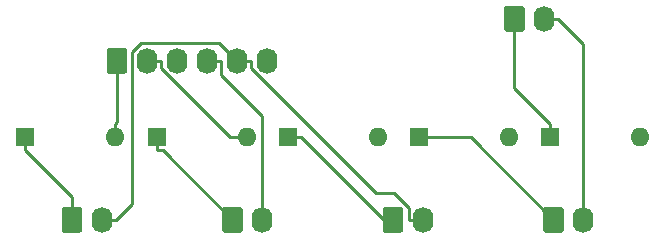
<source format=gbr>
G04 #@! TF.GenerationSoftware,KiCad,Pcbnew,(5.1.5-0-10_14)*
G04 #@! TF.CreationDate,2021-03-15T06:00:47+10:00*
G04 #@! TF.ProjectId,OH - Left Console - 18 - Left Essential Circuit Breakers,4f48202d-204c-4656-9674-20436f6e736f,rev?*
G04 #@! TF.SameCoordinates,Original*
G04 #@! TF.FileFunction,Copper,L2,Bot*
G04 #@! TF.FilePolarity,Positive*
%FSLAX46Y46*%
G04 Gerber Fmt 4.6, Leading zero omitted, Abs format (unit mm)*
G04 Created by KiCad (PCBNEW (5.1.5-0-10_14)) date 2021-03-15 06:00:47*
%MOMM*%
%LPD*%
G04 APERTURE LIST*
%ADD10O,1.740000X2.200000*%
%ADD11C,0.100000*%
%ADD12O,1.600000X1.600000*%
%ADD13R,1.600000X1.600000*%
%ADD14C,0.250000*%
G04 APERTURE END LIST*
D10*
X161036000Y-109855000D03*
G04 #@! TA.AperFunction,ComponentPad*
D11*
G36*
X159140505Y-108756204D02*
G01*
X159164773Y-108759804D01*
X159188572Y-108765765D01*
X159211671Y-108774030D01*
X159233850Y-108784520D01*
X159254893Y-108797132D01*
X159274599Y-108811747D01*
X159292777Y-108828223D01*
X159309253Y-108846401D01*
X159323868Y-108866107D01*
X159336480Y-108887150D01*
X159346970Y-108909329D01*
X159355235Y-108932428D01*
X159361196Y-108956227D01*
X159364796Y-108980495D01*
X159366000Y-109004999D01*
X159366000Y-110705001D01*
X159364796Y-110729505D01*
X159361196Y-110753773D01*
X159355235Y-110777572D01*
X159346970Y-110800671D01*
X159336480Y-110822850D01*
X159323868Y-110843893D01*
X159309253Y-110863599D01*
X159292777Y-110881777D01*
X159274599Y-110898253D01*
X159254893Y-110912868D01*
X159233850Y-110925480D01*
X159211671Y-110935970D01*
X159188572Y-110944235D01*
X159164773Y-110950196D01*
X159140505Y-110953796D01*
X159116001Y-110955000D01*
X157875999Y-110955000D01*
X157851495Y-110953796D01*
X157827227Y-110950196D01*
X157803428Y-110944235D01*
X157780329Y-110935970D01*
X157758150Y-110925480D01*
X157737107Y-110912868D01*
X157717401Y-110898253D01*
X157699223Y-110881777D01*
X157682747Y-110863599D01*
X157668132Y-110843893D01*
X157655520Y-110822850D01*
X157645030Y-110800671D01*
X157636765Y-110777572D01*
X157630804Y-110753773D01*
X157627204Y-110729505D01*
X157626000Y-110705001D01*
X157626000Y-109004999D01*
X157627204Y-108980495D01*
X157630804Y-108956227D01*
X157636765Y-108932428D01*
X157645030Y-108909329D01*
X157655520Y-108887150D01*
X157668132Y-108866107D01*
X157682747Y-108846401D01*
X157699223Y-108828223D01*
X157717401Y-108811747D01*
X157737107Y-108797132D01*
X157758150Y-108784520D01*
X157780329Y-108774030D01*
X157803428Y-108765765D01*
X157827227Y-108759804D01*
X157851495Y-108756204D01*
X157875999Y-108755000D01*
X159116001Y-108755000D01*
X159140505Y-108756204D01*
G37*
G04 #@! TD.AperFunction*
D10*
X147447000Y-109855000D03*
G04 #@! TA.AperFunction,ComponentPad*
D11*
G36*
X145551505Y-108756204D02*
G01*
X145575773Y-108759804D01*
X145599572Y-108765765D01*
X145622671Y-108774030D01*
X145644850Y-108784520D01*
X145665893Y-108797132D01*
X145685599Y-108811747D01*
X145703777Y-108828223D01*
X145720253Y-108846401D01*
X145734868Y-108866107D01*
X145747480Y-108887150D01*
X145757970Y-108909329D01*
X145766235Y-108932428D01*
X145772196Y-108956227D01*
X145775796Y-108980495D01*
X145777000Y-109004999D01*
X145777000Y-110705001D01*
X145775796Y-110729505D01*
X145772196Y-110753773D01*
X145766235Y-110777572D01*
X145757970Y-110800671D01*
X145747480Y-110822850D01*
X145734868Y-110843893D01*
X145720253Y-110863599D01*
X145703777Y-110881777D01*
X145685599Y-110898253D01*
X145665893Y-110912868D01*
X145644850Y-110925480D01*
X145622671Y-110935970D01*
X145599572Y-110944235D01*
X145575773Y-110950196D01*
X145551505Y-110953796D01*
X145527001Y-110955000D01*
X144286999Y-110955000D01*
X144262495Y-110953796D01*
X144238227Y-110950196D01*
X144214428Y-110944235D01*
X144191329Y-110935970D01*
X144169150Y-110925480D01*
X144148107Y-110912868D01*
X144128401Y-110898253D01*
X144110223Y-110881777D01*
X144093747Y-110863599D01*
X144079132Y-110843893D01*
X144066520Y-110822850D01*
X144056030Y-110800671D01*
X144047765Y-110777572D01*
X144041804Y-110753773D01*
X144038204Y-110729505D01*
X144037000Y-110705001D01*
X144037000Y-109004999D01*
X144038204Y-108980495D01*
X144041804Y-108956227D01*
X144047765Y-108932428D01*
X144056030Y-108909329D01*
X144066520Y-108887150D01*
X144079132Y-108866107D01*
X144093747Y-108846401D01*
X144110223Y-108828223D01*
X144128401Y-108811747D01*
X144148107Y-108797132D01*
X144169150Y-108784520D01*
X144191329Y-108774030D01*
X144214428Y-108765765D01*
X144238227Y-108759804D01*
X144262495Y-108756204D01*
X144286999Y-108755000D01*
X145527001Y-108755000D01*
X145551505Y-108756204D01*
G37*
G04 #@! TD.AperFunction*
D10*
X133858000Y-109855000D03*
G04 #@! TA.AperFunction,ComponentPad*
D11*
G36*
X131962505Y-108756204D02*
G01*
X131986773Y-108759804D01*
X132010572Y-108765765D01*
X132033671Y-108774030D01*
X132055850Y-108784520D01*
X132076893Y-108797132D01*
X132096599Y-108811747D01*
X132114777Y-108828223D01*
X132131253Y-108846401D01*
X132145868Y-108866107D01*
X132158480Y-108887150D01*
X132168970Y-108909329D01*
X132177235Y-108932428D01*
X132183196Y-108956227D01*
X132186796Y-108980495D01*
X132188000Y-109004999D01*
X132188000Y-110705001D01*
X132186796Y-110729505D01*
X132183196Y-110753773D01*
X132177235Y-110777572D01*
X132168970Y-110800671D01*
X132158480Y-110822850D01*
X132145868Y-110843893D01*
X132131253Y-110863599D01*
X132114777Y-110881777D01*
X132096599Y-110898253D01*
X132076893Y-110912868D01*
X132055850Y-110925480D01*
X132033671Y-110935970D01*
X132010572Y-110944235D01*
X131986773Y-110950196D01*
X131962505Y-110953796D01*
X131938001Y-110955000D01*
X130697999Y-110955000D01*
X130673495Y-110953796D01*
X130649227Y-110950196D01*
X130625428Y-110944235D01*
X130602329Y-110935970D01*
X130580150Y-110925480D01*
X130559107Y-110912868D01*
X130539401Y-110898253D01*
X130521223Y-110881777D01*
X130504747Y-110863599D01*
X130490132Y-110843893D01*
X130477520Y-110822850D01*
X130467030Y-110800671D01*
X130458765Y-110777572D01*
X130452804Y-110753773D01*
X130449204Y-110729505D01*
X130448000Y-110705001D01*
X130448000Y-109004999D01*
X130449204Y-108980495D01*
X130452804Y-108956227D01*
X130458765Y-108932428D01*
X130467030Y-108909329D01*
X130477520Y-108887150D01*
X130490132Y-108866107D01*
X130504747Y-108846401D01*
X130521223Y-108828223D01*
X130539401Y-108811747D01*
X130559107Y-108797132D01*
X130580150Y-108784520D01*
X130602329Y-108774030D01*
X130625428Y-108765765D01*
X130649227Y-108759804D01*
X130673495Y-108756204D01*
X130697999Y-108755000D01*
X131938001Y-108755000D01*
X131962505Y-108756204D01*
G37*
G04 #@! TD.AperFunction*
D10*
X120269000Y-109855000D03*
G04 #@! TA.AperFunction,ComponentPad*
D11*
G36*
X118373505Y-108756204D02*
G01*
X118397773Y-108759804D01*
X118421572Y-108765765D01*
X118444671Y-108774030D01*
X118466850Y-108784520D01*
X118487893Y-108797132D01*
X118507599Y-108811747D01*
X118525777Y-108828223D01*
X118542253Y-108846401D01*
X118556868Y-108866107D01*
X118569480Y-108887150D01*
X118579970Y-108909329D01*
X118588235Y-108932428D01*
X118594196Y-108956227D01*
X118597796Y-108980495D01*
X118599000Y-109004999D01*
X118599000Y-110705001D01*
X118597796Y-110729505D01*
X118594196Y-110753773D01*
X118588235Y-110777572D01*
X118579970Y-110800671D01*
X118569480Y-110822850D01*
X118556868Y-110843893D01*
X118542253Y-110863599D01*
X118525777Y-110881777D01*
X118507599Y-110898253D01*
X118487893Y-110912868D01*
X118466850Y-110925480D01*
X118444671Y-110935970D01*
X118421572Y-110944235D01*
X118397773Y-110950196D01*
X118373505Y-110953796D01*
X118349001Y-110955000D01*
X117108999Y-110955000D01*
X117084495Y-110953796D01*
X117060227Y-110950196D01*
X117036428Y-110944235D01*
X117013329Y-110935970D01*
X116991150Y-110925480D01*
X116970107Y-110912868D01*
X116950401Y-110898253D01*
X116932223Y-110881777D01*
X116915747Y-110863599D01*
X116901132Y-110843893D01*
X116888520Y-110822850D01*
X116878030Y-110800671D01*
X116869765Y-110777572D01*
X116863804Y-110753773D01*
X116860204Y-110729505D01*
X116859000Y-110705001D01*
X116859000Y-109004999D01*
X116860204Y-108980495D01*
X116863804Y-108956227D01*
X116869765Y-108932428D01*
X116878030Y-108909329D01*
X116888520Y-108887150D01*
X116901132Y-108866107D01*
X116915747Y-108846401D01*
X116932223Y-108828223D01*
X116950401Y-108811747D01*
X116970107Y-108797132D01*
X116991150Y-108784520D01*
X117013329Y-108774030D01*
X117036428Y-108765765D01*
X117060227Y-108759804D01*
X117084495Y-108756204D01*
X117108999Y-108755000D01*
X118349001Y-108755000D01*
X118373505Y-108756204D01*
G37*
G04 #@! TD.AperFunction*
D10*
X157734000Y-92837000D03*
G04 #@! TA.AperFunction,ComponentPad*
D11*
G36*
X155838505Y-91738204D02*
G01*
X155862773Y-91741804D01*
X155886572Y-91747765D01*
X155909671Y-91756030D01*
X155931850Y-91766520D01*
X155952893Y-91779132D01*
X155972599Y-91793747D01*
X155990777Y-91810223D01*
X156007253Y-91828401D01*
X156021868Y-91848107D01*
X156034480Y-91869150D01*
X156044970Y-91891329D01*
X156053235Y-91914428D01*
X156059196Y-91938227D01*
X156062796Y-91962495D01*
X156064000Y-91986999D01*
X156064000Y-93687001D01*
X156062796Y-93711505D01*
X156059196Y-93735773D01*
X156053235Y-93759572D01*
X156044970Y-93782671D01*
X156034480Y-93804850D01*
X156021868Y-93825893D01*
X156007253Y-93845599D01*
X155990777Y-93863777D01*
X155972599Y-93880253D01*
X155952893Y-93894868D01*
X155931850Y-93907480D01*
X155909671Y-93917970D01*
X155886572Y-93926235D01*
X155862773Y-93932196D01*
X155838505Y-93935796D01*
X155814001Y-93937000D01*
X154573999Y-93937000D01*
X154549495Y-93935796D01*
X154525227Y-93932196D01*
X154501428Y-93926235D01*
X154478329Y-93917970D01*
X154456150Y-93907480D01*
X154435107Y-93894868D01*
X154415401Y-93880253D01*
X154397223Y-93863777D01*
X154380747Y-93845599D01*
X154366132Y-93825893D01*
X154353520Y-93804850D01*
X154343030Y-93782671D01*
X154334765Y-93759572D01*
X154328804Y-93735773D01*
X154325204Y-93711505D01*
X154324000Y-93687001D01*
X154324000Y-91986999D01*
X154325204Y-91962495D01*
X154328804Y-91938227D01*
X154334765Y-91914428D01*
X154343030Y-91891329D01*
X154353520Y-91869150D01*
X154366132Y-91848107D01*
X154380747Y-91828401D01*
X154397223Y-91810223D01*
X154415401Y-91793747D01*
X154435107Y-91779132D01*
X154456150Y-91766520D01*
X154478329Y-91756030D01*
X154501428Y-91747765D01*
X154525227Y-91741804D01*
X154549495Y-91738204D01*
X154573999Y-91737000D01*
X155814001Y-91737000D01*
X155838505Y-91738204D01*
G37*
G04 #@! TD.AperFunction*
D10*
X134239000Y-96393000D03*
X131699000Y-96393000D03*
X129159000Y-96393000D03*
X126619000Y-96393000D03*
X124079000Y-96393000D03*
G04 #@! TA.AperFunction,ComponentPad*
D11*
G36*
X122183505Y-95294204D02*
G01*
X122207773Y-95297804D01*
X122231572Y-95303765D01*
X122254671Y-95312030D01*
X122276850Y-95322520D01*
X122297893Y-95335132D01*
X122317599Y-95349747D01*
X122335777Y-95366223D01*
X122352253Y-95384401D01*
X122366868Y-95404107D01*
X122379480Y-95425150D01*
X122389970Y-95447329D01*
X122398235Y-95470428D01*
X122404196Y-95494227D01*
X122407796Y-95518495D01*
X122409000Y-95542999D01*
X122409000Y-97243001D01*
X122407796Y-97267505D01*
X122404196Y-97291773D01*
X122398235Y-97315572D01*
X122389970Y-97338671D01*
X122379480Y-97360850D01*
X122366868Y-97381893D01*
X122352253Y-97401599D01*
X122335777Y-97419777D01*
X122317599Y-97436253D01*
X122297893Y-97450868D01*
X122276850Y-97463480D01*
X122254671Y-97473970D01*
X122231572Y-97482235D01*
X122207773Y-97488196D01*
X122183505Y-97491796D01*
X122159001Y-97493000D01*
X120918999Y-97493000D01*
X120894495Y-97491796D01*
X120870227Y-97488196D01*
X120846428Y-97482235D01*
X120823329Y-97473970D01*
X120801150Y-97463480D01*
X120780107Y-97450868D01*
X120760401Y-97436253D01*
X120742223Y-97419777D01*
X120725747Y-97401599D01*
X120711132Y-97381893D01*
X120698520Y-97360850D01*
X120688030Y-97338671D01*
X120679765Y-97315572D01*
X120673804Y-97291773D01*
X120670204Y-97267505D01*
X120669000Y-97243001D01*
X120669000Y-95542999D01*
X120670204Y-95518495D01*
X120673804Y-95494227D01*
X120679765Y-95470428D01*
X120688030Y-95447329D01*
X120698520Y-95425150D01*
X120711132Y-95404107D01*
X120725747Y-95384401D01*
X120742223Y-95366223D01*
X120760401Y-95349747D01*
X120780107Y-95335132D01*
X120801150Y-95322520D01*
X120823329Y-95312030D01*
X120846428Y-95303765D01*
X120870227Y-95297804D01*
X120894495Y-95294204D01*
X120918999Y-95293000D01*
X122159001Y-95293000D01*
X122183505Y-95294204D01*
G37*
G04 #@! TD.AperFunction*
D12*
X154750000Y-102870000D03*
D13*
X147130000Y-102870000D03*
D12*
X143637000Y-102870000D03*
D13*
X136017000Y-102870000D03*
D12*
X132524000Y-102870000D03*
D13*
X124904000Y-102870000D03*
D12*
X121412000Y-102870000D03*
D13*
X113792000Y-102870000D03*
D12*
X165862000Y-102870000D03*
D13*
X158242000Y-102870000D03*
D14*
X121412000Y-102870000D02*
X121412000Y-101744700D01*
X121412000Y-101744700D02*
X121539000Y-101617700D01*
X121539000Y-101617700D02*
X121539000Y-96393000D01*
X158242000Y-102870000D02*
X158242000Y-101744700D01*
X158242000Y-101744700D02*
X155194000Y-98696700D01*
X155194000Y-98696700D02*
X155194000Y-92837000D01*
X113792000Y-102870000D02*
X113792000Y-103995300D01*
X113792000Y-103995300D02*
X117729000Y-107932300D01*
X117729000Y-107932300D02*
X117729000Y-109855000D01*
X124079000Y-96393000D02*
X125274300Y-96393000D01*
X132524000Y-102870000D02*
X131153600Y-102870000D01*
X131153600Y-102870000D02*
X125274300Y-96990700D01*
X125274300Y-96990700D02*
X125274300Y-96393000D01*
X124904000Y-102870000D02*
X124904000Y-103995300D01*
X124904000Y-103995300D02*
X125458300Y-103995300D01*
X125458300Y-103995300D02*
X131318000Y-109855000D01*
X136017000Y-102870000D02*
X137142300Y-102870000D01*
X137142300Y-102870000D02*
X144127300Y-109855000D01*
X144127300Y-109855000D02*
X144907000Y-109855000D01*
X147130000Y-102870000D02*
X151511000Y-102870000D01*
X151511000Y-102870000D02*
X158496000Y-109855000D01*
X147447000Y-109855000D02*
X146251700Y-109855000D01*
X131699000Y-96393000D02*
X132894300Y-96393000D01*
X132894300Y-96393000D02*
X132894300Y-96990600D01*
X132894300Y-96990600D02*
X143518800Y-107615100D01*
X143518800Y-107615100D02*
X144983000Y-107615100D01*
X144983000Y-107615100D02*
X146251700Y-108883800D01*
X146251700Y-108883800D02*
X146251700Y-109855000D01*
X121464300Y-109855000D02*
X122809500Y-108509800D01*
X122809500Y-108509800D02*
X122809500Y-95667000D01*
X122809500Y-95667000D02*
X123559100Y-94917400D01*
X123559100Y-94917400D02*
X130223400Y-94917400D01*
X130223400Y-94917400D02*
X131699000Y-96393000D01*
X120269000Y-109855000D02*
X121464300Y-109855000D01*
X157734000Y-92837000D02*
X158929300Y-92837000D01*
X158929300Y-92837000D02*
X161036000Y-94943700D01*
X161036000Y-94943700D02*
X161036000Y-109855000D01*
X129159000Y-96393000D02*
X130354300Y-96393000D01*
X130354300Y-96393000D02*
X130354300Y-97588300D01*
X130354300Y-97588300D02*
X133858000Y-101092000D01*
X133858000Y-101092000D02*
X133858000Y-109855000D01*
M02*

</source>
